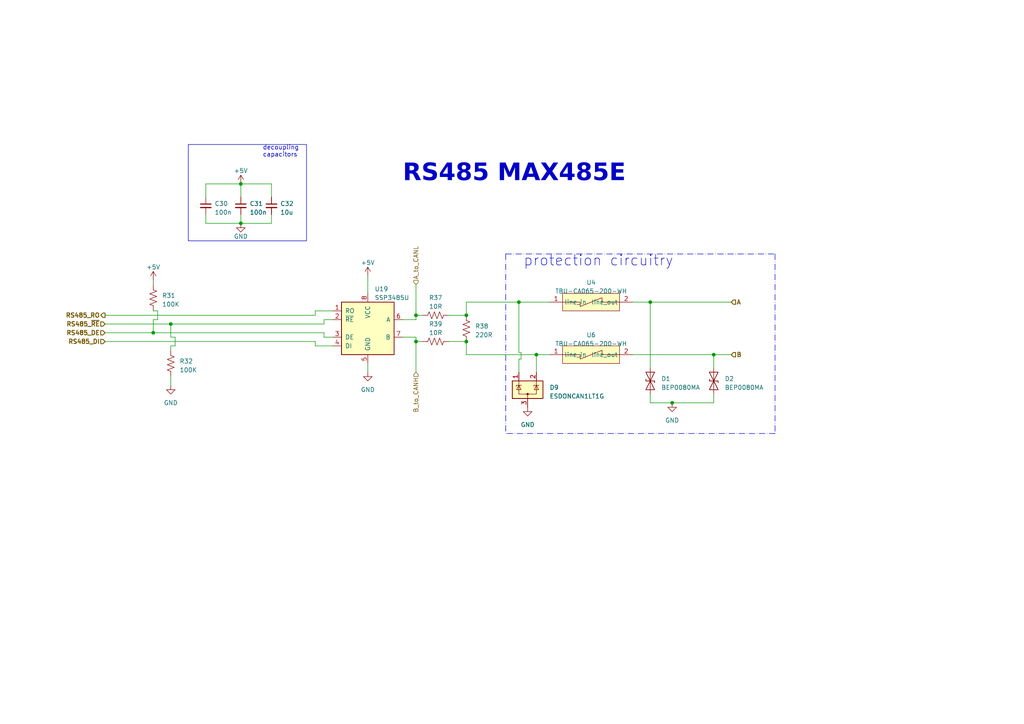
<source format=kicad_sch>
(kicad_sch (version 20230121) (generator eeschema)
  (paper "A4")
  (lib_symbols
    (symbol "Device:C_Small" (pin_numbers hide) (pin_names (offset 0.254) hide)
      (property "Reference" "C" (at 0.254 1.778 0))
      (property "Value" "C_Small" (at 0.254 -2.032 0))
      (symbol "C_Small_0_1"
        (polyline (pts (xy -1.524 -0.508) (xy 1.524 -0.508)) (stroke (width 0.3302)))
        (polyline (pts (xy -1.524 0.508) (xy 1.524 0.508)) (stroke (width 0.3048)))
      )
      (symbol "C_Small_1_1"
        (pin passive line (at 0 2.54 270) (length 2.032) (name "~") (number "1"))
        (pin passive line (at 0 -2.54 90) (length 2.032) (name "~") (number "2"))
      )
    )
    (symbol "Device:R_US" (pin_numbers hide) (pin_names (offset 0))
      (property "Reference" "R" (at 2.54 0 90))
      (property "Value" "R_US" (at -2.54 0 90))
      (symbol "R_US_0_1"
        (polyline (pts (xy 0 -2.286) (xy 0 -2.54)))
        (polyline (pts (xy 0 2.286) (xy 0 2.54)))
        (polyline (pts (xy 0 -0.762) (xy 1.016 -1.143) (xy 0 -1.524) (xy -1.016 -1.905) (xy 0 -2.286)))
        (polyline (pts (xy 0 0.762) (xy 1.016 0.381) (xy 0 0) (xy -1.016 -0.381) (xy 0 -0.762)))
        (polyline (pts (xy 0 2.286) (xy 1.016 1.905) (xy 0 1.524) (xy -1.016 1.143) (xy 0 0.762)))
      )
      (symbol "R_US_1_1"
        (pin passive line (at 0 3.81 270) (length 1.27) (name "~") (number "1"))
        (pin passive line (at 0 -3.81 90) (length 1.27) (name "~") (number "2"))
      )
    )
    (symbol "Diode:SD05_SOD323" (pin_numbers hide) (pin_names (offset 1.016) hide)
      (property "Reference" "D" (at 0 2.54 0))
      (property "Value" "SD05_SOD323" (at 0 -2.54 0))
      (symbol "SD05_SOD323_0_1"
        (polyline (pts (xy 1.27 0) (xy -1.27 0)))
        (polyline (pts (xy -2.54 -1.27) (xy 0 0) (xy -2.54 1.27) (xy -2.54 -1.27)) (stroke (width 0.2032)))
        (polyline (pts (xy 0.508 1.27) (xy 0 1.27) (xy 0 -1.27) (xy -0.508 -1.27)) (stroke (width 0.2032)))
        (polyline (pts (xy 2.54 1.27) (xy 2.54 -1.27) (xy 0 0) (xy 2.54 1.27)) (stroke (width 0.2032)))
      )
      (symbol "SD05_SOD323_1_1"
        (pin passive line (at -3.81 0 0) (length 2.54) (name "A1") (number "1"))
        (pin passive line (at 3.81 0 180) (length 2.54) (name "A2") (number "2"))
      )
    )
    (symbol "Interface_UART:SP3481CN" (pin_names (offset 1.016))
      (property "Reference" "U" (at -7.62 8.89 0))
      (property "Value" "SP3481CN" (at 2.54 8.89 0))
      (symbol "SP3481CN_0_1"
        (rectangle (start -7.62 7.62) (end 7.62 -7.62) (stroke (width 0.254)) (fill (type background)))
      )
      (symbol "SP3481CN_1_1"
        (pin output line (at -10.16 5.08 0) (length 2.54) (name "RO") (number "1"))
        (pin input line (at -10.16 2.54 0) (length 2.54) (name "~{RE}") (number "2"))
        (pin input line (at -10.16 -2.54 0) (length 2.54) (name "DE") (number "3"))
        (pin input line (at -10.16 -5.08 0) (length 2.54) (name "DI") (number "4"))
        (pin power_in line (at 0 -10.16 90) (length 2.54) (name "GND") (number "5"))
        (pin bidirectional line (at 10.16 2.54 180) (length 2.54) (name "A") (number "6"))
        (pin bidirectional line (at 10.16 -2.54 180) (length 2.54) (name "B") (number "7"))
        (pin power_in line (at 0 10.16 270) (length 2.54) (name "VCC") (number "8"))
      )
    )
    (symbol "MCD_General:TBU-CA065-200-WH"
      (property "Reference" "U" (at 0 1.27 0))
      (property "Value" "TBU-CA065-200-WH" (at 0 -1.27 0))
      (symbol "TBU-CA065-200-WH_0_1"
        (rectangle (start -6.35 -5.08) (end -1.27 -5.08))
        (polyline (pts (xy 5.08 -5.08) (xy 10.16 -5.08)))
        (polyline (pts (xy -1.27 -5.08) (xy -1.27 -6.35) (xy 5.08 -3.81) (xy 5.08 -5.08)))
      )
      (symbol "TBU-CA065-200-WH_1_1"
        (rectangle (start -6.35 -2.54) (end 10.16 -7.62) (fill (type background)))
        (pin passive line (at -10.16 -5.08 0) (length 3.81) (name "line_in") (number "1"))
        (pin passive line (at 13.97 -5.08 180) (length 3.81) (name "line_out") (number "2"))
      )
    )
    (symbol "Power_Protection:SP0502BAHT" (pin_names hide)
      (property "Reference" "D" (at 5.715 2.54 0))
      (property "Value" "SP0502BAHT" (at 5.715 0.635 0))
      (symbol "SP0502BAHT_0_0"
        (pin passive line (at 0 -5.08 90) (length 2.54) (name "A") (number "3"))
      )
      (symbol "SP0502BAHT_0_1"
        (rectangle (start -4.445 2.54) (end 4.445 -2.54) (stroke (width 0.254)) (fill (type background)))
        (circle (center 0 -1.27) (radius 0.254) (fill (type outline)))
        (polyline (pts (xy -2.54 2.54) (xy -2.54 1.27)))
        (polyline (pts (xy 0 -1.27) (xy 0 -2.54)))
        (polyline (pts (xy 2.54 2.54) (xy 2.54 1.27)))
        (polyline (pts (xy -3.302 1.016) (xy -3.302 1.27) (xy -1.905 1.27) (xy -1.778 1.27)))
        (polyline (pts (xy -2.54 1.27) (xy -2.54 -1.27) (xy 2.54 -1.27) (xy 2.54 1.27)))
        (polyline (pts (xy -2.54 1.27) (xy -1.905 0) (xy -3.175 0) (xy -2.54 1.27)))
        (polyline (pts (xy 1.778 1.016) (xy 1.778 1.27) (xy 3.175 1.27) (xy 3.302 1.27)))
        (polyline (pts (xy 2.54 1.27) (xy 1.905 0) (xy 3.175 0) (xy 2.54 1.27)))
      )
      (symbol "SP0502BAHT_1_1"
        (pin passive line (at -2.54 5.08 270) (length 2.54) (name "K") (number "1"))
        (pin passive line (at 2.54 5.08 270) (length 2.54) (name "K") (number "2"))
      )
    )
    (symbol "power:+5V" (power) (pin_names (offset 0))
      (property "Value" "+5V" (at 0 3.556 0))
      (symbol "+5V_0_1"
        (polyline (pts (xy -0.762 1.27) (xy 0 2.54)))
        (polyline (pts (xy 0 0) (xy 0 2.54)))
        (polyline (pts (xy 0 2.54) (xy 0.762 1.27)))
      )
      (symbol "+5V_1_1"
        (pin power_in line (at 0 0 90) (length 0) hide (name "+5V") (number "1"))
      )
    )
    (symbol "power:GND" (power) (pin_names (offset 0))
      (property "Value" "GND" (at 0 -3.81 0))
      (symbol "GND_0_1"
        (polyline (pts (xy 0 0) (xy 0 -1.27) (xy 1.27 -1.27) (xy 0 -2.54) (xy -1.27 -1.27) (xy 0 -1.27)))
      )
      (symbol "GND_1_1"
        (pin power_in line (at 0 0 270) (length 0) hide (name "GND") (number "1"))
      )
    )
  )
  (junction (at 150.495 87.63))
  (junction (at 135.255 91.44))
  (junction (at 120.65 91.44))
  (junction (at 188.595 87.63))
  (junction (at 207.01 102.87))
  (junction (at 120.65 99.06))
  (junction (at 194.945 116.84))
  (junction (at 135.255 99.06))
  (junction (at 69.85 64.77))
  (junction (at 155.575 102.87))
  (junction (at 69.85 53.34))
  (junction (at 49.53 93.98))
  (junction (at 44.45 96.52))
  (wire (pts (xy 120.65 91.44) (xy 122.555 91.44)))
  (wire (pts (xy 44.45 90.17) (xy 45.72 90.17)))
  (wire (pts (xy 120.65 97.79) (xy 120.65 99.06)))
  (wire (pts (xy 49.53 109.22) (xy 49.53 111.76)))
  (wire (pts (xy 155.575 102.87) (xy 159.385 102.87)))
  (wire (pts (xy 78.74 53.34) (xy 78.74 57.15)))
  (wire (pts (xy 44.45 96.52) (xy 93.98 96.52)))
  (wire (pts (xy 207.01 102.87) (xy 207.01 106.68)))
  (polyline (pts (xy 224.79 73.66) (xy 224.79 125.73)) (stroke (width 0) (type dash_dot)))
  (polyline (pts (xy 224.79 125.73) (xy 146.685 125.73)) (stroke (width 0) (type dash_dot)))
  (wire (pts (xy 183.515 87.63) (xy 188.595 87.63)))
  (wire (pts (xy 50.8 97.79) (xy 50.8 100.33)))
  (wire (pts (xy 155.575 107.95) (xy 155.575 102.87)))
  (wire (pts (xy 150.495 102.235) (xy 150.495 87.63)))
  (wire (pts (xy 106.68 80.01) (xy 106.68 85.09)))
  (wire (pts (xy 30.48 96.52) (xy 44.45 96.52)))
  (wire (pts (xy 207.01 116.84) (xy 207.01 114.3)))
  (wire (pts (xy 135.255 99.06) (xy 135.255 102.87)))
  (wire (pts (xy 44.45 92.71) (xy 44.45 96.52)))
  (wire (pts (xy 120.65 92.71) (xy 120.65 91.44)))
  (wire (pts (xy 116.84 97.79) (xy 120.65 97.79)))
  (wire (pts (xy 151.13 104.14) (xy 151.13 102.235)))
  (wire (pts (xy 69.85 64.77) (xy 78.74 64.77)))
  (wire (pts (xy 188.595 116.84) (xy 194.945 116.84)))
  (wire (pts (xy 30.48 93.98) (xy 49.53 93.98)))
  (wire (pts (xy 188.595 114.3) (xy 188.595 116.84)))
  (wire (pts (xy 120.65 82.55) (xy 120.65 91.44)))
  (wire (pts (xy 49.53 100.33) (xy 49.53 101.6)))
  (wire (pts (xy 91.44 99.06) (xy 91.44 100.33)))
  (wire (pts (xy 188.595 87.63) (xy 188.595 106.68)))
  (wire (pts (xy 69.85 53.34) (xy 69.85 57.15)))
  (wire (pts (xy 91.44 90.17) (xy 96.52 90.17)))
  (wire (pts (xy 106.68 107.95) (xy 106.68 105.41)))
  (wire (pts (xy 130.175 91.44) (xy 135.255 91.44)))
  (wire (pts (xy 93.98 92.71) (xy 93.98 93.98)))
  (wire (pts (xy 120.65 107.95) (xy 120.65 99.06)))
  (wire (pts (xy 44.45 81.28) (xy 44.45 82.55)))
  (wire (pts (xy 50.8 100.33) (xy 49.53 100.33)))
  (wire (pts (xy 93.98 96.52) (xy 93.98 97.79)))
  (wire (pts (xy 207.01 102.87) (xy 212.09 102.87)))
  (wire (pts (xy 44.45 92.71) (xy 45.72 92.71)))
  (wire (pts (xy 49.53 97.79) (xy 50.8 97.79)))
  (wire (pts (xy 59.69 57.15) (xy 59.69 53.34)))
  (wire (pts (xy 59.69 64.77) (xy 59.69 62.23)))
  (polyline (pts (xy 146.685 73.66) (xy 224.79 73.66)) (stroke (width 0) (type dash_dot)))
  (wire (pts (xy 49.53 93.98) (xy 49.53 97.79)))
  (wire (pts (xy 30.48 91.44) (xy 91.44 91.44)))
  (wire (pts (xy 69.85 62.23) (xy 69.85 64.77)))
  (wire (pts (xy 59.69 64.77) (xy 69.85 64.77)))
  (wire (pts (xy 150.495 87.63) (xy 159.385 87.63)))
  (wire (pts (xy 120.65 99.06) (xy 122.555 99.06)))
  (wire (pts (xy 91.44 91.44) (xy 91.44 90.17)))
  (wire (pts (xy 49.53 93.98) (xy 93.98 93.98)))
  (wire (pts (xy 135.255 87.63) (xy 150.495 87.63)))
  (wire (pts (xy 150.495 104.14) (xy 151.13 104.14)))
  (polyline (pts (xy 146.685 73.66) (xy 146.685 125.73)) (stroke (width 0) (type dash_dot)))
  (wire (pts (xy 30.48 99.06) (xy 91.44 99.06)))
  (wire (pts (xy 91.44 100.33) (xy 96.52 100.33)))
  (wire (pts (xy 188.595 87.63) (xy 212.09 87.63)))
  (wire (pts (xy 150.495 107.95) (xy 150.495 104.14)))
  (wire (pts (xy 96.52 92.71) (xy 93.98 92.71)))
  (wire (pts (xy 130.175 99.06) (xy 135.255 99.06)))
  (wire (pts (xy 135.255 102.87) (xy 155.575 102.87)))
  (wire (pts (xy 183.515 102.87) (xy 207.01 102.87)))
  (wire (pts (xy 69.85 53.34) (xy 78.74 53.34)))
  (wire (pts (xy 151.13 102.235) (xy 150.495 102.235)))
  (wire (pts (xy 116.84 92.71) (xy 120.65 92.71)))
  (wire (pts (xy 93.98 97.79) (xy 96.52 97.79)))
  (wire (pts (xy 135.255 91.44) (xy 135.255 87.63)))
  (wire (pts (xy 59.69 53.34) (xy 69.85 53.34)))
  (wire (pts (xy 78.74 62.23) (xy 78.74 64.77)))
  (wire (pts (xy 194.945 116.84) (xy 207.01 116.84)))
  (wire (pts (xy 45.72 90.17) (xy 45.72 92.71)))
  (rectangle (start 54.61 41.91) (end 88.9 69.85))
  (text "protection circuitry" (at 151.765 77.47 0) (effects (font (size 3 3)) (justify left bottom)))
  (text "RS485 MAX485E" (at 116.84 54.61 0) (effects (font (size 5 5) (thickness 1) bold) (justify left bottom)))
  (text "decoupling \ncapacitors" (at 76.2 45.72 0) (effects (font (size 1.27 1.27)) (justify left bottom)))
  (hierarchical_label "A" (shape input) (at 212.09 87.63 0) (effects (font bold)))
  (hierarchical_label "B_to_CANH" (shape input) (at 120.65 107.95 270))
  (hierarchical_label "RS485_RO" (shape output) (at 30.48 91.44 180) (effects (font bold)))
  (hierarchical_label "RS485_DE" (shape input) (at 30.48 96.52 180) (effects (font bold)))
  (hierarchical_label "RS485_DI" (shape input) (at 30.48 99.06 180) (effects (font bold)))
  (hierarchical_label "RS485_~{RE}" (shape input) (at 30.48 93.98 180) (effects (font bold)))
  (hierarchical_label "A_to_CANL" (shape input) (at 120.65 82.55 90))
  (hierarchical_label "B" (shape input) (at 212.09 102.87 0) (effects (font bold)))
  (symbol (lib_id "power:+5V") (at 44.45 81.28 0) (unit 1)
    (property "Reference" "#PWR011" (effects hide))
    (property "Value" "+5V" (at 44.45 77.47 0))
  )
  (symbol (lib_id "power:GND") (at 49.53 111.76 0) (unit 1)
    (property "Reference" "#PWR083" (effects hide))
    (property "Value" "GND" (at 49.53 116.84 0))
    (instances (project "Eco_display" (path "" (reference "#PWR083") (unit 1))) (project "BIM_PCB" (path "" (reference "#PWR083") (unit 1)) (path "" (reference "#PWR086") (unit 1)) (path "" (reference "#PWR0115") (unit 1))) (project "MAX485" (path "" (reference "#PWR042") (unit 1))) (project "ELIESTER_V2" (path "" (reference "#PWR042") (unit 1))))
  )
  (symbol (lib_id "Diode:SD05_SOD323") (at 188.595 110.49 90) (unit 1)
    (property "Reference" "D1" (at 191.77 109.855 90) (effects (justify right)))
    (property "Value" "BEP0080MA" (at 191.77 112.395 90) (effects (justify right)))
    (property "Footprint" "Diode_SMD:D_SOD-123" (effects hide))
    (property "Datasheet" "https://www.littelfuse.com/~/media/electronics/datasheets/tvs_diode_arrays/littelfuse_tvs_diode_array_sd_c_datasheet.pdf.pdf" (effects hide))
    (instances (project "Eco_display" (path "" (reference "D1") (unit 1))) (project "GPS_MODULE_V3" (path "" (reference "D11") (unit 1))) (project "BIM_PCB" (path "" (reference "D7") (unit 1)) (path "" (reference "D13") (unit 1)) (path "" (reference "D16") (unit 1))) (project "MAX485" (path "" (reference "D14") (unit 1))) (project "ELIESTER_V2" (path "" (reference "D14") (unit 1))))
  )
  (symbol (lib_id "power:+5V") (at 106.68 80.01 0) (unit 1)
    (property "Reference" "#PWR09" (effects hide))
    (property "Value" "+5V" (at 106.68 76.2 0))
  )
  (symbol (lib_id "power:GND") (at 194.945 116.84 0) (unit 1)
    (property "Reference" "#PWR060" (effects hide))
    (property "Value" "GND" (at 194.945 121.92 0))
    (instances (project "Eco_display" (path "" (reference "#PWR060") (unit 1))) (project "BIM_PCB" (path "" (reference "#PWR060") (unit 1)) (path "" (reference "#PWR087") (unit 1)) (path "" (reference "#PWR0116") (unit 1))) (project "MAX485" (path "" (reference "#PWR088") (unit 1))) (project "ELIESTER_V2" (path "" (reference "#PWR088") (unit 1))))
  )
  (symbol (lib_id "MCD_General:TBU-CA065-200-WH") (at 169.545 82.55 0) (unit 1)
    (property "Reference" "U4" (at 171.45 81.915 0))
    (property "Value" "TBU-CA065-200-WH" (at 171.45 84.455 0))
    (property "Footprint" "MACHADA_footprints:TBU-CA065-200-WH" (effects hide))
    (instances (project "Eco_display" (path "" (reference "U4") (unit 1))) (project "BIM_PCB" (path "" (reference "U4") (unit 1)) (path "" (reference "U10") (unit 1)) (path "" (reference "U18") (unit 1))) (project "MAX485" (path "" (reference "U13") (unit 1))) (project "ELIESTER_V2" (path "" (reference "U13") (unit 1))))
  )
  (symbol (lib_id "Diode:SD05_SOD323") (at 207.01 110.49 90) (unit 1)
    (property "Reference" "D2" (at 210.185 109.855 90) (effects (justify right)))
    (property "Value" "BEP0080MA" (at 210.185 112.395 90) (effects (justify right)))
    (property "Footprint" "Diode_SMD:D_SOD-123" (effects hide))
    (property "Datasheet" "https://www.littelfuse.com/~/media/electronics/datasheets/tvs_diode_arrays/littelfuse_tvs_diode_array_sd_c_datasheet.pdf.pdf" (effects hide))
    (instances (project "Eco_display" (path "" (reference "D2") (unit 1))) (project "GPS_MODULE_V3" (path "" (reference "D11") (unit 1))) (project "BIM_PCB" (path "" (reference "D8") (unit 1)) (path "" (reference "D14") (unit 1)) (path "" (reference "D17") (unit 1))) (project "MAX485" (path "" (reference "D14") (unit 1))) (project "ELIESTER_V2" (path "" (reference "D14") (unit 1))))
  )
  (symbol (lib_id "Device:R_US") (at 44.45 86.36 180) (unit 1)
    (property "Reference" "R31" (at 46.99 85.725 0) (effects (justify right)))
    (property "Value" "100K" (at 46.99 88.265 0) (effects (justify right)))
    (property "Footprint" "Resistor_SMD:R_0402_1005Metric" (effects hide))
    (instances (project "Eco_display" (path "" (reference "R31") (unit 1))) (project "BIM_PCB" (path "" (reference "R31") (unit 1)) (path "" (reference "R9") (unit 1)) (path "" (reference "R61") (unit 1))) (project "MAX485" (path "" (reference "R42") (unit 1))) (project "ELIESTER_V2" (path "" (reference "R42") (unit 1))))
  )
  (symbol (lib_id "Device:R_US") (at 126.365 91.44 90) (unit 1)
    (property "Reference" "R37" (at 126.365 86.36 90))
    (property "Value" "10R" (at 126.365 88.9 90))
    (property "Footprint" "Resistor_SMD:R_0402_1005Metric" (effects hide))
    (instances (project "Eco_display" (path "" (reference "R37") (unit 1))) (project "BIM_PCB" (path "" (reference "R37") (unit 1)) (path "" (reference "R10") (unit 1)) (path "" (reference "R62") (unit 1))) (project "MAX485" (path "" (reference "R42") (unit 1))) (project "ELIESTER_V2" (path "" (reference "R42") (unit 1))))
  )
  (symbol (lib_id "Device:R_US") (at 126.365 99.06 90) (unit 1)
    (property "Reference" "R39" (at 126.365 93.98 90))
    (property "Value" "10R" (at 126.365 96.52 90))
    (property "Footprint" "Resistor_SMD:R_0402_1005Metric" (effects hide))
    (instances (project "Eco_display" (path "" (reference "R39") (unit 1))) (project "BIM_PCB" (path "" (reference "R39") (unit 1)) (path "" (reference "R12") (unit 1)) (path "" (reference "R64") (unit 1))) (project "MAX485" (path "" (reference "R44") (unit 1))) (project "ELIESTER_V2" (path "" (reference "R44") (unit 1))))
  )
  (symbol (lib_id "power:GND") (at 153.035 118.11 0) (unit 1)
    (property "Reference" "#PWR061" (effects hide))
    (property "Value" "GND" (at 153.035 123.19 0))
    (instances (project "Eco_display" (path "" (reference "#PWR061") (unit 1))) (project "BIM_PCB" (path "" (reference "#PWR061") (unit 1)) (path "" (reference "#PWR088") (unit 1)) (path "" (reference "#PWR0117") (unit 1))) (project "MAX485" (path "" (reference "#PWR089") (unit 1))) (project "ELIESTER_V2" (path "" (reference "#PWR089") (unit 1))))
  )
  (symbol (lib_id "MCD_General:TBU-CA065-200-WH") (at 169.545 97.79 0) (unit 1)
    (property "Reference" "U6" (at 171.45 97.155 0))
    (property "Value" "TBU-CA065-200-WH" (at 171.45 99.695 0))
    (property "Footprint" "MACHADA_footprints:TBU-CA065-200-WH" (effects hide))
    (instances (project "Eco_display" (path "" (reference "U6") (unit 1))) (project "BIM_PCB" (path "" (reference "U6") (unit 1)) (path "" (reference "U12") (unit 1)) (path "" (reference "U20") (unit 1))) (project "MAX485" (path "" (reference "U16") (unit 1))) (project "ELIESTER_V2" (path "" (reference "U16") (unit 1))))
  )
  (symbol (lib_id "Device:C_Small") (at 59.69 59.69 0) (unit 1)
    (property "Reference" "C30" (at 62.23 59.0613 0) (effects (justify left)))
    (property "Value" "100n" (at 62.23 61.6013 0) (effects (justify left)))
    (property "Footprint" "Capacitor_SMD:C_0402_1005Metric" (effects hide))
    (instances (project "Eco_display" (path "" (reference "C30") (unit 1))) (project "BIM_PCB" (path "" (reference "C30") (unit 1)) (path "" (reference "C24") (unit 1)) (path "" (reference "C49") (unit 1))) (project "MAX485" (path "" (reference "C61") (unit 1))) (project "ELIESTER_V2" (path "" (reference "C61") (unit 1))))
  )
  (symbol (lib_id "Interface_UART:SP3481CN") (at 106.68 95.25 0) (unit 1)
    (property "Reference" "U19" (at 108.6359 83.82 0) (effects (justify left)))
    (property "Value" "SSP3485U" (at 108.6359 86.36 0) (effects (justify left)))
    (property "Footprint" "Package_SO:MSOP-8_3x3mm_P0.65mm" (effects hide))
    (property "Datasheet" "http://www.icbase.com/pdf/SPX/SPX00480106.pdf" (effects hide))
    (instances (project "Eco_display" (path "" (reference "U19") (unit 1))) (project "BIM_PCB" (path "" (reference "U19") (unit 1)) (path "" (reference "U5") (unit 1)) (path "" (reference "U11") (unit 1))))
  )
  (symbol (lib_id "power:GND") (at 106.68 107.95 0) (unit 1)
    (property "Reference" "#PWR059" (effects hide))
    (property "Value" "GND" (at 106.68 113.03 0))
    (instances (project "Eco_display" (path "" (reference "#PWR059") (unit 1))) (project "BIM_PCB" (path "" (reference "#PWR059") (unit 1)) (path "" (reference "#PWR056") (unit 1)) (path "" (reference "#PWR0114") (unit 1))) (project "MAX485" (path "" (reference "#PWR042") (unit 1))) (project "ELIESTER_V2" (path "" (reference "#PWR042") (unit 1))))
  )
  (symbol (lib_id "power:GND") (at 69.85 64.77 0) (unit 1)
    (property "Reference" "#PWR055" (effects hide))
    (property "Value" "GND" (at 69.85 68.58 0))
    (instances (project "Eco_display" (path "" (reference "#PWR055") (unit 1))) (project "BIM_PCB" (path "" (reference "#PWR055") (unit 1)) (path "" (reference "#PWR035") (unit 1)) (path "" (reference "#PWR0111") (unit 1))) (project "MAX485" (path "" (reference "#PWR092") (unit 1))) (project "ELIESTER_V2" (path "" (reference "#PWR092") (unit 1))))
  )
  (symbol (lib_id "power:+5V") (at 69.85 53.34 0) (unit 1)
    (property "Reference" "#PWR010" (effects hide))
    (property "Value" "+5V" (at 69.85 49.53 0))
  )
  (symbol (lib_id "Device:R_US") (at 49.53 105.41 180) (unit 1)
    (property "Reference" "R32" (at 52.07 104.775 0) (effects (justify right)))
    (property "Value" "100K" (at 52.07 107.315 0) (effects (justify right)))
    (property "Footprint" "Resistor_SMD:R_0402_1005Metric" (effects hide))
    (instances (project "Eco_display" (path "" (reference "R32") (unit 1))) (project "BIM_PCB" (path "" (reference "R32") (unit 1)) (path "" (reference "R58") (unit 1)) (path "" (reference "R65") (unit 1))) (project "MAX485" (path "" (reference "R42") (unit 1))) (project "ELIESTER_V2" (path "" (reference "R42") (unit 1))))
  )
  (symbol (lib_id "Power_Protection:SP0502BAHT") (at 153.035 113.03 0) (unit 1)
    (property "Reference" "D9" (at 159.385 112.395 0) (effects (justify left)))
    (property "Value" "ESDONCAN1LT1G" (at 159.385 114.935 0) (effects (justify left)))
    (property "Footprint" "Package_TO_SOT_SMD:SOT-23" (effects hide))
    (property "Datasheet" "http://www.littelfuse.com/~/media/files/littelfuse/technical%20resources/documents/data%20sheets/sp05xxba.pdf" (effects hide))
    (instances (project "Eco_display" (path "" (reference "D9") (unit 1))) (project "BIM_PCB" (path "" (reference "D9") (unit 1)) (path "" (reference "D15") (unit 1)) (path "" (reference "D18") (unit 1))) (project "MAX485" (path "" (reference "D16") (unit 1))) (project "ELIESTER_V2" (path "" (reference "D16") (unit 1))))
  )
  (symbol (lib_id "Device:R_US") (at 135.255 95.25 180) (unit 1)
    (property "Reference" "R38" (at 137.795 94.615 0) (effects (justify right)))
    (property "Value" "220R" (at 137.795 97.155 0) (effects (justify right)))
    (property "Footprint" "Resistor_SMD:R_0402_1005Metric" (effects hide))
    (instances (project "Eco_display" (path "" (reference "R38") (unit 1))) (project "BIM_PCB" (path "" (reference "R38") (unit 1)) (path "" (reference "R11") (unit 1)) (path "" (reference "R63") (unit 1))) (project "MAX485" (path "" (reference "R43") (unit 1))) (project "ELIESTER_V2" (path "" (reference "R43") (unit 1))))
  )
  (symbol (lib_id "Device:C_Small") (at 69.85 59.69 0) (unit 1)
    (property "Reference" "C31" (at 72.39 59.0613 0) (effects (justify left)))
    (property "Value" "100n" (at 72.39 61.6013 0) (effects (justify left)))
    (property "Footprint" "Capacitor_SMD:C_0402_1005Metric" (effects hide))
    (instances (project "Eco_display" (path "" (reference "C31") (unit 1))) (project "BIM_PCB" (path "" (reference "C31") (unit 1)) (path "" (reference "C25") (unit 1)) (path "" (reference "C50") (unit 1))) (project "MAX485" (path "" (reference "C62") (unit 1))) (project "ELIESTER_V2" (path "" (reference "C62") (unit 1))))
  )
  (symbol (lib_id "Device:C_Small") (at 78.74 59.69 0) (unit 1)
    (property "Reference" "C32" (at 81.28 59.0613 0) (effects (justify left)))
    (property "Value" "10u" (at 81.28 61.6013 0) (effects (justify left)))
    (property "Footprint" "Capacitor_SMD:C_0402_1005Metric" (effects hide))
    (instances (project "Eco_display" (path "" (reference "C32") (unit 1))) (project "BIM_PCB" (path "" (reference "C32") (unit 1)) (path "" (reference "C42") (unit 1)) (path "" (reference "C51") (unit 1))) (project "MAX485" (path "" (reference "C63") (unit 1))) (project "ELIESTER_V2" (path "" (reference "C63") (unit 1))))
  )
)
</source>
